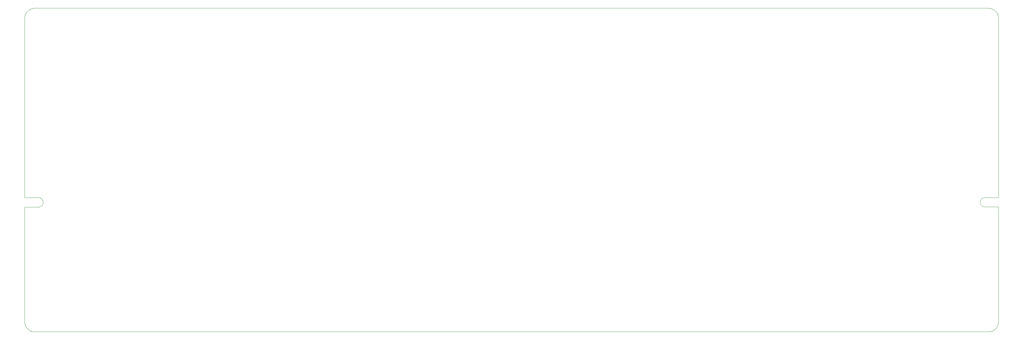
<source format=gbr>
G04 #@! TF.GenerationSoftware,KiCad,Pcbnew,(5.1.6-0-10_14)*
G04 #@! TF.CreationDate,2020-07-08T09:47:10+09:00*
G04 #@! TF.ProjectId,reviung61,72657669-756e-4673-9631-2e6b69636164,1.0*
G04 #@! TF.SameCoordinates,Original*
G04 #@! TF.FileFunction,Profile,NP*
%FSLAX46Y46*%
G04 Gerber Fmt 4.6, Leading zero omitted, Abs format (unit mm)*
G04 Created by KiCad (PCBNEW (5.1.6-0-10_14)) date 2020-07-08 09:47:10*
%MOMM*%
%LPD*%
G01*
G04 APERTURE LIST*
G04 #@! TA.AperFunction,Profile*
%ADD10C,0.100000*%
G04 #@! TD*
G04 APERTURE END LIST*
D10*
X301486999Y-75630000D02*
X305520000Y-75630000D01*
X300136995Y-76980004D02*
X300143964Y-76841974D01*
X300143964Y-76841974D02*
X300164422Y-76707931D01*
X300164422Y-76707931D02*
X300197688Y-76578555D01*
X300197688Y-76578555D02*
X300243085Y-76454522D01*
X300243085Y-76454522D02*
X300299933Y-76336513D01*
X300299933Y-76336513D02*
X300367555Y-76225205D01*
X300367555Y-76225205D02*
X300445271Y-76121277D01*
X300445271Y-76121277D02*
X300532403Y-76025408D01*
X300532403Y-76025408D02*
X300628272Y-75938276D01*
X300628272Y-75938276D02*
X300732200Y-75860560D01*
X300732200Y-75860560D02*
X300843508Y-75792938D01*
X300843508Y-75792938D02*
X300961518Y-75736090D01*
X300961518Y-75736090D02*
X301085550Y-75690693D01*
X301085550Y-75690693D02*
X301214927Y-75657427D01*
X301214927Y-75657427D02*
X301348969Y-75636969D01*
X301348969Y-75636969D02*
X301486999Y-75630000D01*
X301486977Y-78330007D02*
X301348947Y-78323037D01*
X301348947Y-78323037D02*
X301214906Y-78302579D01*
X301214906Y-78302579D02*
X301085530Y-78269313D01*
X301085530Y-78269313D02*
X300961499Y-78223916D01*
X300961499Y-78223916D02*
X300843491Y-78167068D01*
X300843491Y-78167068D02*
X300732185Y-78099446D01*
X300732185Y-78099446D02*
X300628259Y-78021730D01*
X300628259Y-78021730D02*
X300532392Y-77934599D01*
X300532392Y-77934599D02*
X300445262Y-77838729D01*
X300445262Y-77838729D02*
X300367548Y-77734802D01*
X300367548Y-77734802D02*
X300299928Y-77623494D01*
X300299928Y-77623494D02*
X300243082Y-77505484D01*
X300243082Y-77505484D02*
X300197686Y-77381452D01*
X300197686Y-77381452D02*
X300164421Y-77252075D01*
X300164421Y-77252075D02*
X300143964Y-77118033D01*
X300143964Y-77118033D02*
X300136995Y-76980004D01*
X305520000Y-78330007D02*
X301486977Y-78330007D01*
X305520000Y-112019682D02*
X305520000Y-78330007D01*
X302519989Y-115019671D02*
X302674368Y-115015767D01*
X302674368Y-115015767D02*
X302826721Y-115004182D01*
X302826721Y-115004182D02*
X302976859Y-114985104D01*
X302976859Y-114985104D02*
X303124594Y-114958722D01*
X303124594Y-114958722D02*
X303269736Y-114925223D01*
X303269736Y-114925223D02*
X303412098Y-114884797D01*
X303412098Y-114884797D02*
X303551490Y-114837633D01*
X303551490Y-114837633D02*
X303687726Y-114783917D01*
X303687726Y-114783917D02*
X303820615Y-114723840D01*
X303820615Y-114723840D02*
X303949969Y-114657589D01*
X303949969Y-114657589D02*
X304075601Y-114585353D01*
X304075601Y-114585353D02*
X304197320Y-114507321D01*
X304197320Y-114507321D02*
X304314940Y-114423681D01*
X304314940Y-114423681D02*
X304428271Y-114334621D01*
X304428271Y-114334621D02*
X304537126Y-114240330D01*
X304537126Y-114240330D02*
X304641314Y-114140996D01*
X304641314Y-114140996D02*
X304740649Y-114036809D01*
X304740649Y-114036809D02*
X304834941Y-113927956D01*
X304834941Y-113927956D02*
X304924002Y-113814625D01*
X304924002Y-113814625D02*
X305007643Y-113697006D01*
X305007643Y-113697006D02*
X305085676Y-113575288D01*
X305085676Y-113575288D02*
X305157913Y-113449657D01*
X305157913Y-113449657D02*
X305224165Y-113320303D01*
X305224165Y-113320303D02*
X305284243Y-113187415D01*
X305284243Y-113187415D02*
X305337959Y-113051181D01*
X305337959Y-113051181D02*
X305385124Y-112911789D01*
X305385124Y-112911789D02*
X305425551Y-112769427D01*
X305425551Y-112769427D02*
X305459050Y-112624286D01*
X305459050Y-112624286D02*
X305485432Y-112476552D01*
X305485432Y-112476552D02*
X305504511Y-112326414D01*
X305504511Y-112326414D02*
X305516096Y-112174061D01*
X305516096Y-112174061D02*
X305520000Y-112019682D01*
X23019995Y-115019671D02*
X302519989Y-115019671D01*
X20020006Y-112019682D02*
X20023909Y-112174061D01*
X20023909Y-112174061D02*
X20035494Y-112326414D01*
X20035494Y-112326414D02*
X20054572Y-112476552D01*
X20054572Y-112476552D02*
X20080954Y-112624286D01*
X20080954Y-112624286D02*
X20114453Y-112769427D01*
X20114453Y-112769427D02*
X20154879Y-112911789D01*
X20154879Y-112911789D02*
X20202043Y-113051181D01*
X20202043Y-113051181D02*
X20255759Y-113187415D01*
X20255759Y-113187415D02*
X20315836Y-113320303D01*
X20315836Y-113320303D02*
X20382087Y-113449657D01*
X20382087Y-113449657D02*
X20454323Y-113575288D01*
X20454323Y-113575288D02*
X20532355Y-113697006D01*
X20532355Y-113697006D02*
X20615995Y-113814625D01*
X20615995Y-113814625D02*
X20705055Y-113927956D01*
X20705055Y-113927956D02*
X20799346Y-114036809D01*
X20799346Y-114036809D02*
X20898680Y-114140996D01*
X20898680Y-114140996D02*
X21002867Y-114240330D01*
X21002867Y-114240330D02*
X21111720Y-114334621D01*
X21111720Y-114334621D02*
X21225051Y-114423681D01*
X21225051Y-114423681D02*
X21342670Y-114507321D01*
X21342670Y-114507321D02*
X21464388Y-114585353D01*
X21464388Y-114585353D02*
X21590019Y-114657589D01*
X21590019Y-114657589D02*
X21719373Y-114723840D01*
X21719373Y-114723840D02*
X21852261Y-114783917D01*
X21852261Y-114783917D02*
X21988495Y-114837633D01*
X21988495Y-114837633D02*
X22127887Y-114884797D01*
X22127887Y-114884797D02*
X22270249Y-114925223D01*
X22270249Y-114925223D02*
X22415390Y-114958722D01*
X22415390Y-114958722D02*
X22563124Y-114985104D01*
X22563124Y-114985104D02*
X22713262Y-115004182D01*
X22713262Y-115004182D02*
X22865615Y-115015767D01*
X22865615Y-115015767D02*
X23019995Y-115019671D01*
X20020006Y-78397682D02*
X20020006Y-112019682D01*
X24065173Y-78397682D02*
X20020006Y-78397682D01*
X25465173Y-76997681D02*
X25457944Y-77140820D01*
X25457944Y-77140820D02*
X25436729Y-77279826D01*
X25436729Y-77279826D02*
X25402230Y-77413993D01*
X25402230Y-77413993D02*
X25355152Y-77542619D01*
X25355152Y-77542619D02*
X25296198Y-77664999D01*
X25296198Y-77664999D02*
X25226071Y-77780429D01*
X25226071Y-77780429D02*
X25145477Y-77888206D01*
X25145477Y-77888206D02*
X25055118Y-77987626D01*
X25055118Y-77987626D02*
X24955698Y-78077985D01*
X24955698Y-78077985D02*
X24847921Y-78158580D01*
X24847921Y-78158580D02*
X24732490Y-78228706D01*
X24732490Y-78228706D02*
X24610111Y-78287661D01*
X24610111Y-78287661D02*
X24481485Y-78334739D01*
X24481485Y-78334739D02*
X24347318Y-78369238D01*
X24347318Y-78369238D02*
X24208312Y-78390453D01*
X24208312Y-78390453D02*
X24065173Y-78397682D01*
X24065173Y-75597681D02*
X24208312Y-75604908D01*
X24208312Y-75604908D02*
X24347318Y-75626123D01*
X24347318Y-75626123D02*
X24481485Y-75660621D01*
X24481485Y-75660621D02*
X24610111Y-75707698D01*
X24610111Y-75707698D02*
X24732490Y-75766651D01*
X24732490Y-75766651D02*
X24847921Y-75836776D01*
X24847921Y-75836776D02*
X24955698Y-75917369D01*
X24955698Y-75917369D02*
X25055118Y-76007728D01*
X25055118Y-76007728D02*
X25145477Y-76107147D01*
X25145477Y-76107147D02*
X25226071Y-76214923D01*
X25226071Y-76214923D02*
X25296198Y-76330353D01*
X25296198Y-76330353D02*
X25355152Y-76452733D01*
X25355152Y-76452733D02*
X25402230Y-76581360D01*
X25402230Y-76581360D02*
X25436729Y-76715529D01*
X25436729Y-76715529D02*
X25457944Y-76854537D01*
X25457944Y-76854537D02*
X25465173Y-76997681D01*
X20020006Y-75597681D02*
X24065173Y-75597681D01*
X20020006Y-23019667D02*
X20020006Y-75597681D01*
X23019995Y-20019678D02*
X22865615Y-20023581D01*
X22865615Y-20023581D02*
X22713262Y-20035166D01*
X22713262Y-20035166D02*
X22563124Y-20054244D01*
X22563124Y-20054244D02*
X22415390Y-20080626D01*
X22415390Y-20080626D02*
X22270249Y-20114125D01*
X22270249Y-20114125D02*
X22127887Y-20154551D01*
X22127887Y-20154551D02*
X21988495Y-20201715D01*
X21988495Y-20201715D02*
X21852261Y-20255431D01*
X21852261Y-20255431D02*
X21719373Y-20315508D01*
X21719373Y-20315508D02*
X21590019Y-20381759D01*
X21590019Y-20381759D02*
X21464388Y-20453995D01*
X21464388Y-20453995D02*
X21342670Y-20532027D01*
X21342670Y-20532027D02*
X21225051Y-20615667D01*
X21225051Y-20615667D02*
X21111720Y-20704727D01*
X21111720Y-20704727D02*
X21002867Y-20799018D01*
X21002867Y-20799018D02*
X20898680Y-20898352D01*
X20898680Y-20898352D02*
X20799346Y-21002539D01*
X20799346Y-21002539D02*
X20705055Y-21111392D01*
X20705055Y-21111392D02*
X20615995Y-21224723D01*
X20615995Y-21224723D02*
X20532355Y-21342342D01*
X20532355Y-21342342D02*
X20454323Y-21464060D01*
X20454323Y-21464060D02*
X20382087Y-21589691D01*
X20382087Y-21589691D02*
X20315836Y-21719045D01*
X20315836Y-21719045D02*
X20255759Y-21851933D01*
X20255759Y-21851933D02*
X20202043Y-21988167D01*
X20202043Y-21988167D02*
X20154879Y-22127559D01*
X20154879Y-22127559D02*
X20114453Y-22269921D01*
X20114453Y-22269921D02*
X20080954Y-22415062D01*
X20080954Y-22415062D02*
X20054572Y-22562796D01*
X20054572Y-22562796D02*
X20035494Y-22712934D01*
X20035494Y-22712934D02*
X20023909Y-22865287D01*
X20023909Y-22865287D02*
X20020006Y-23019667D01*
X302519989Y-20019678D02*
X23019995Y-20019678D01*
X305520000Y-23019667D02*
X305516096Y-22865287D01*
X305516096Y-22865287D02*
X305504511Y-22712934D01*
X305504511Y-22712934D02*
X305485432Y-22562796D01*
X305485432Y-22562796D02*
X305459050Y-22415062D01*
X305459050Y-22415062D02*
X305425551Y-22269921D01*
X305425551Y-22269921D02*
X305385124Y-22127559D01*
X305385124Y-22127559D02*
X305337959Y-21988167D01*
X305337959Y-21988167D02*
X305284243Y-21851933D01*
X305284243Y-21851933D02*
X305224165Y-21719045D01*
X305224165Y-21719045D02*
X305157913Y-21589691D01*
X305157913Y-21589691D02*
X305085676Y-21464060D01*
X305085676Y-21464060D02*
X305007643Y-21342342D01*
X305007643Y-21342342D02*
X304924002Y-21224723D01*
X304924002Y-21224723D02*
X304834941Y-21111392D01*
X304834941Y-21111392D02*
X304740649Y-21002539D01*
X304740649Y-21002539D02*
X304641314Y-20898352D01*
X304641314Y-20898352D02*
X304537126Y-20799018D01*
X304537126Y-20799018D02*
X304428271Y-20704727D01*
X304428271Y-20704727D02*
X304314940Y-20615667D01*
X304314940Y-20615667D02*
X304197320Y-20532027D01*
X304197320Y-20532027D02*
X304075601Y-20453995D01*
X304075601Y-20453995D02*
X303949969Y-20381759D01*
X303949969Y-20381759D02*
X303820615Y-20315508D01*
X303820615Y-20315508D02*
X303687726Y-20255431D01*
X303687726Y-20255431D02*
X303551490Y-20201715D01*
X303551490Y-20201715D02*
X303412098Y-20154551D01*
X303412098Y-20154551D02*
X303269736Y-20114125D01*
X303269736Y-20114125D02*
X303124594Y-20080626D01*
X303124594Y-20080626D02*
X302976859Y-20054244D01*
X302976859Y-20054244D02*
X302826721Y-20035166D01*
X302826721Y-20035166D02*
X302674368Y-20023581D01*
X302674368Y-20023581D02*
X302519989Y-20019678D01*
X305520000Y-75630000D02*
X305520000Y-23019667D01*
M02*

</source>
